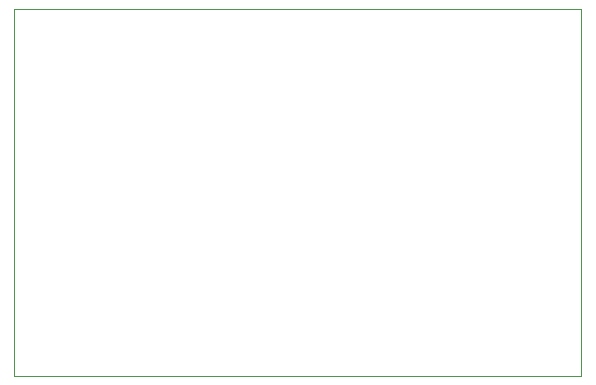
<source format=gm1>
G04 #@! TF.GenerationSoftware,KiCad,Pcbnew,(6.0.4)*
G04 #@! TF.CreationDate,2022-04-25T12:44:50+02:00*
G04 #@! TF.ProjectId,switchpcb,73776974-6368-4706-9362-2e6b69636164,rev?*
G04 #@! TF.SameCoordinates,Original*
G04 #@! TF.FileFunction,Profile,NP*
%FSLAX46Y46*%
G04 Gerber Fmt 4.6, Leading zero omitted, Abs format (unit mm)*
G04 Created by KiCad (PCBNEW (6.0.4)) date 2022-04-25 12:44:50*
%MOMM*%
%LPD*%
G01*
G04 APERTURE LIST*
G04 #@! TA.AperFunction,Profile*
%ADD10C,0.050000*%
G04 #@! TD*
G04 APERTURE END LIST*
D10*
X25000000Y-130000000D02*
X25000000Y-99000000D01*
X73000000Y-99000000D02*
X73000000Y-130000000D01*
X73000000Y-130000000D02*
X25000000Y-130000000D01*
X25000000Y-99000000D02*
X73000000Y-99000000D01*
M02*

</source>
